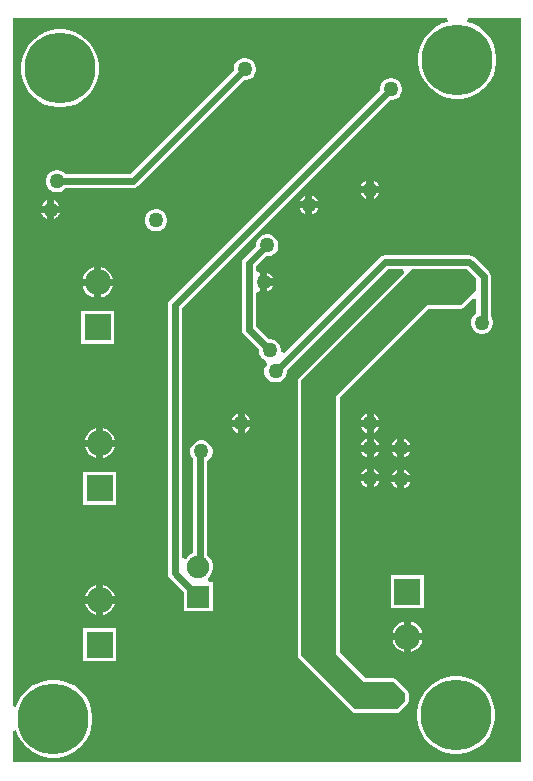
<source format=gbl>
G04*
G04 #@! TF.GenerationSoftware,Altium Limited,Altium Designer,24.10.1 (45)*
G04*
G04 Layer_Physical_Order=2*
G04 Layer_Color=16711680*
%FSLAX24Y24*%
%MOIN*%
G70*
G04*
G04 #@! TF.SameCoordinates,C6CBD9EB-9E9D-4DD1-ADCD-94E966FD8E1D*
G04*
G04*
G04 #@! TF.FilePolarity,Positive*
G04*
G01*
G75*
%ADD67C,0.0236*%
%ADD70C,0.2362*%
%ADD71C,0.0748*%
%ADD72R,0.0748X0.0748*%
%ADD73C,0.0866*%
%ADD74R,0.0866X0.0866*%
%ADD75C,0.0500*%
G36*
X16929Y-30D02*
X0D01*
Y1021D01*
X118Y1040D01*
X154Y928D01*
X247Y746D01*
X367Y581D01*
X512Y436D01*
X677Y316D01*
X860Y223D01*
X1054Y160D01*
X1256Y128D01*
X1461D01*
X1663Y160D01*
X1857Y223D01*
X2039Y316D01*
X2205Y436D01*
X2349Y581D01*
X2469Y746D01*
X2562Y928D01*
X2625Y1123D01*
X2657Y1325D01*
Y1529D01*
X2625Y1731D01*
X2562Y1926D01*
X2469Y2108D01*
X2349Y2274D01*
X2205Y2418D01*
X2039Y2538D01*
X1857Y2631D01*
X1663Y2694D01*
X1461Y2726D01*
X1256D01*
X1054Y2694D01*
X860Y2631D01*
X677Y2538D01*
X512Y2418D01*
X367Y2274D01*
X247Y2108D01*
X154Y1926D01*
X118Y1815D01*
X0Y1833D01*
Y24774D01*
X14477D01*
X14496Y24656D01*
X14324Y24600D01*
X14142Y24507D01*
X13976Y24387D01*
X13832Y24242D01*
X13712Y24077D01*
X13619Y23894D01*
X13556Y23700D01*
X13524Y23498D01*
Y23293D01*
X13556Y23091D01*
X13619Y22897D01*
X13712Y22715D01*
X13832Y22549D01*
X13976Y22405D01*
X14142Y22284D01*
X14324Y22192D01*
X14519Y22128D01*
X14721Y22096D01*
X14925D01*
X15127Y22128D01*
X15322Y22192D01*
X15504Y22284D01*
X15669Y22405D01*
X15814Y22549D01*
X15934Y22715D01*
X16027Y22897D01*
X16090Y23091D01*
X16122Y23293D01*
Y23498D01*
X16090Y23700D01*
X16027Y23894D01*
X15934Y24077D01*
X15814Y24242D01*
X15669Y24387D01*
X15504Y24507D01*
X15322Y24600D01*
X15150Y24656D01*
X15168Y24774D01*
X16929D01*
Y-30D01*
D02*
G37*
%LPC*%
G36*
X1677Y24400D02*
X1473D01*
X1271Y24368D01*
X1076Y24304D01*
X894Y24212D01*
X728Y24091D01*
X584Y23947D01*
X464Y23781D01*
X371Y23599D01*
X308Y23405D01*
X276Y23203D01*
Y22998D01*
X308Y22796D01*
X371Y22602D01*
X464Y22419D01*
X584Y22254D01*
X728Y22109D01*
X894Y21989D01*
X1076Y21896D01*
X1271Y21833D01*
X1473Y21801D01*
X1677D01*
X1879Y21833D01*
X2074Y21896D01*
X2256Y21989D01*
X2421Y22109D01*
X2566Y22254D01*
X2686Y22419D01*
X2779Y22602D01*
X2842Y22796D01*
X2874Y22998D01*
Y23203D01*
X2842Y23405D01*
X2779Y23599D01*
X2686Y23781D01*
X2566Y23947D01*
X2421Y24091D01*
X2256Y24212D01*
X2074Y24304D01*
X1879Y24368D01*
X1677Y24400D01*
D02*
G37*
G36*
X7785Y23449D02*
X7688D01*
X7594Y23424D01*
X7510Y23375D01*
X7442Y23307D01*
X7393Y23223D01*
X7368Y23129D01*
Y23053D01*
X3896Y19581D01*
X1756D01*
X1702Y19635D01*
X1618Y19684D01*
X1525Y19709D01*
X1428D01*
X1334Y19684D01*
X1250Y19635D01*
X1182Y19567D01*
X1133Y19483D01*
X1108Y19389D01*
Y19292D01*
X1133Y19198D01*
X1182Y19115D01*
X1250Y19046D01*
X1334Y18998D01*
X1428Y18972D01*
X1525D01*
X1618Y18998D01*
X1702Y19046D01*
X1756Y19100D01*
X3996D01*
X4088Y19118D01*
X4166Y19170D01*
X7709Y22713D01*
X7785D01*
X7878Y22738D01*
X7962Y22786D01*
X8031Y22855D01*
X8079Y22939D01*
X8104Y23032D01*
Y23129D01*
X8079Y23223D01*
X8031Y23307D01*
X7962Y23375D01*
X7878Y23424D01*
X7785Y23449D01*
D02*
G37*
G36*
X12028Y19374D02*
Y19183D01*
X12218D01*
X12216Y19192D01*
X12173Y19267D01*
X12111Y19328D01*
X12036Y19371D01*
X12028Y19374D01*
D02*
G37*
G36*
X11791D02*
X11783Y19371D01*
X11708Y19328D01*
X11646Y19267D01*
X11603Y19192D01*
X11601Y19183D01*
X11791D01*
Y19374D01*
D02*
G37*
G36*
X12218Y18947D02*
X12028D01*
Y18756D01*
X12036Y18759D01*
X12111Y18802D01*
X12173Y18863D01*
X12216Y18938D01*
X12218Y18947D01*
D02*
G37*
G36*
X11791D02*
X11601D01*
X11603Y18938D01*
X11646Y18863D01*
X11708Y18802D01*
X11783Y18759D01*
X11791Y18756D01*
Y18947D01*
D02*
G37*
G36*
X9990Y18862D02*
Y18671D01*
X10181D01*
X10178Y18680D01*
X10135Y18755D01*
X10074Y18816D01*
X9999Y18859D01*
X9990Y18862D01*
D02*
G37*
G36*
X9754D02*
X9745Y18859D01*
X9670Y18816D01*
X9609Y18755D01*
X9566Y18680D01*
X9563Y18671D01*
X9754D01*
Y18862D01*
D02*
G37*
G36*
X1378Y18704D02*
Y18514D01*
X1569D01*
X1566Y18523D01*
X1523Y18598D01*
X1462Y18659D01*
X1387Y18702D01*
X1378Y18704D01*
D02*
G37*
G36*
X1142D02*
X1133Y18702D01*
X1058Y18659D01*
X997Y18598D01*
X953Y18523D01*
X951Y18514D01*
X1142D01*
Y18704D01*
D02*
G37*
G36*
X10181Y18435D02*
X9990D01*
Y18244D01*
X9999Y18247D01*
X10074Y18290D01*
X10135Y18351D01*
X10178Y18426D01*
X10181Y18435D01*
D02*
G37*
G36*
X9754D02*
X9563D01*
X9566Y18426D01*
X9609Y18351D01*
X9670Y18290D01*
X9745Y18247D01*
X9754Y18244D01*
Y18435D01*
D02*
G37*
G36*
X1569Y18278D02*
X1378D01*
Y18087D01*
X1387Y18089D01*
X1462Y18133D01*
X1523Y18194D01*
X1566Y18269D01*
X1569Y18278D01*
D02*
G37*
G36*
X1142D02*
X951D01*
X953Y18269D01*
X997Y18194D01*
X1058Y18133D01*
X1133Y18089D01*
X1142Y18087D01*
Y18278D01*
D02*
G37*
G36*
X4832Y18409D02*
X4735D01*
X4641Y18384D01*
X4557Y18336D01*
X4489Y18267D01*
X4440Y18183D01*
X4415Y18090D01*
Y17993D01*
X4440Y17899D01*
X4489Y17815D01*
X4557Y17747D01*
X4641Y17698D01*
X4735Y17673D01*
X4832D01*
X4926Y17698D01*
X5009Y17747D01*
X5078Y17815D01*
X5126Y17899D01*
X5152Y17993D01*
Y18090D01*
X5126Y18183D01*
X5078Y18267D01*
X5009Y18336D01*
X4926Y18384D01*
X4832Y18409D01*
D02*
G37*
G36*
X8484Y16293D02*
Y16102D01*
X8675D01*
X8672Y16111D01*
X8629Y16186D01*
X8568Y16247D01*
X8493Y16291D01*
X8484Y16293D01*
D02*
G37*
G36*
X2953Y16467D02*
Y16087D01*
X3333D01*
X3312Y16166D01*
X3244Y16283D01*
X3149Y16378D01*
X3032Y16445D01*
X2953Y16467D01*
D02*
G37*
G36*
X2717D02*
X2637Y16445D01*
X2520Y16378D01*
X2425Y16283D01*
X2358Y16166D01*
X2336Y16087D01*
X2717D01*
Y16467D01*
D02*
G37*
G36*
X8675Y15866D02*
X8484D01*
Y15676D01*
X8493Y15678D01*
X8568Y15721D01*
X8629Y15782D01*
X8672Y15857D01*
X8675Y15866D01*
D02*
G37*
G36*
X3333Y15850D02*
X2953D01*
Y15470D01*
X3032Y15492D01*
X3149Y15559D01*
X3244Y15654D01*
X3312Y15771D01*
X3333Y15850D01*
D02*
G37*
G36*
X2717D02*
X2336D01*
X2358Y15771D01*
X2425Y15654D01*
X2520Y15559D01*
X2637Y15492D01*
X2717Y15470D01*
Y15850D01*
D02*
G37*
G36*
X8533Y17573D02*
X8436D01*
X8342Y17548D01*
X8258Y17499D01*
X8190Y17431D01*
X8141Y17347D01*
X8116Y17253D01*
Y17177D01*
X7710Y16771D01*
X7657Y16693D01*
X7639Y16600D01*
Y14394D01*
X7657Y14302D01*
X7710Y14223D01*
X8195Y13738D01*
Y13662D01*
X8220Y13569D01*
X8268Y13485D01*
X8337Y13416D01*
X8421Y13368D01*
X8434Y13364D01*
X8470Y13232D01*
X8465Y13228D01*
X8417Y13144D01*
X8392Y13050D01*
Y12954D01*
X8417Y12860D01*
X8465Y12776D01*
X8534Y12707D01*
X8618Y12659D01*
X8711Y12634D01*
X8808D01*
X8902Y12659D01*
X8986Y12707D01*
X9054Y12776D01*
X9103Y12860D01*
X9128Y12954D01*
Y13029D01*
X12501Y16403D01*
X13003D01*
X13048Y16294D01*
X9539Y12784D01*
X9513Y12745D01*
X9503Y12699D01*
X9503Y12699D01*
Y3526D01*
X9513Y3480D01*
X9539Y3441D01*
X9539Y3441D01*
X11330Y1649D01*
X11369Y1623D01*
X11415Y1614D01*
X11415Y1614D01*
X12803D01*
X12849Y1623D01*
X12888Y1649D01*
X13164Y1925D01*
X13190Y1964D01*
X13199Y2010D01*
X13199Y2010D01*
Y2276D01*
X13190Y2322D01*
X13164Y2361D01*
X12790Y2735D01*
X12751Y2761D01*
X12705Y2770D01*
X12705Y2770D01*
X11770D01*
X10896Y3645D01*
Y12147D01*
X13847Y15098D01*
X14949D01*
X14949Y15098D01*
X14995Y15108D01*
X15034Y15134D01*
X15034Y15134D01*
X15349Y15449D01*
X15458Y15404D01*
Y14940D01*
X15424Y14921D01*
X15355Y14852D01*
X15307Y14768D01*
X15281Y14674D01*
Y14578D01*
X15307Y14484D01*
X15355Y14400D01*
X15424Y14331D01*
X15508Y14283D01*
X15601Y14258D01*
X15698D01*
X15792Y14283D01*
X15876Y14331D01*
X15944Y14400D01*
X15993Y14484D01*
X16018Y14578D01*
Y14674D01*
X15993Y14768D01*
X15944Y14852D01*
X15940Y14857D01*
Y16169D01*
X15921Y16261D01*
X15869Y16339D01*
X15394Y16814D01*
X15316Y16866D01*
X15224Y16885D01*
X12402D01*
X12309Y16866D01*
X12231Y16814D01*
X9044Y13627D01*
X8977Y13648D01*
X8931Y13681D01*
Y13759D01*
X8906Y13853D01*
X8858Y13937D01*
X8789Y14005D01*
X8705Y14054D01*
X8611Y14079D01*
X8535D01*
X8121Y14493D01*
Y15610D01*
X8239Y15678D01*
X8239Y15678D01*
X8248Y15676D01*
Y15984D01*
Y16293D01*
X8239Y16291D01*
X8239Y16290D01*
X8121Y16359D01*
Y16501D01*
X8457Y16837D01*
X8533D01*
X8626Y16862D01*
X8710Y16910D01*
X8779Y16979D01*
X8827Y17063D01*
X8852Y17156D01*
Y17253D01*
X8827Y17347D01*
X8779Y17431D01*
X8710Y17499D01*
X8626Y17548D01*
X8533Y17573D01*
D02*
G37*
G36*
X3386Y15020D02*
X2283D01*
Y13917D01*
X3386D01*
Y15020D01*
D02*
G37*
G36*
X12033Y11578D02*
Y11388D01*
X12224D01*
X12222Y11397D01*
X12178Y11472D01*
X12117Y11533D01*
X12042Y11576D01*
X12033Y11578D01*
D02*
G37*
G36*
X11797D02*
X11788Y11576D01*
X11714Y11533D01*
X11652Y11472D01*
X11609Y11397D01*
X11607Y11388D01*
X11797D01*
Y11578D01*
D02*
G37*
G36*
X7736D02*
Y11388D01*
X7927D01*
X7924Y11397D01*
X7881Y11472D01*
X7820Y11533D01*
X7745Y11576D01*
X7736Y11578D01*
D02*
G37*
G36*
X7500D02*
X7491Y11576D01*
X7416Y11533D01*
X7355Y11472D01*
X7312Y11397D01*
X7309Y11388D01*
X7500D01*
Y11578D01*
D02*
G37*
G36*
X12224Y11152D02*
X12033D01*
Y10961D01*
X12042Y10963D01*
X12117Y11007D01*
X12178Y11068D01*
X12222Y11143D01*
X12224Y11152D01*
D02*
G37*
G36*
X11797D02*
X11607D01*
X11609Y11143D01*
X11652Y11068D01*
X11714Y11007D01*
X11788Y10963D01*
X11797Y10961D01*
Y11152D01*
D02*
G37*
G36*
X7927D02*
X7736D01*
Y10961D01*
X7745Y10963D01*
X7820Y11007D01*
X7881Y11068D01*
X7924Y11143D01*
X7927Y11152D01*
D02*
G37*
G36*
X7500D02*
X7309D01*
X7312Y11143D01*
X7355Y11068D01*
X7416Y11007D01*
X7491Y10963D01*
X7500Y10961D01*
Y11152D01*
D02*
G37*
G36*
X3022Y11108D02*
Y10728D01*
X3402D01*
X3380Y10808D01*
X3313Y10924D01*
X3218Y11020D01*
X3101Y11087D01*
X3022Y11108D01*
D02*
G37*
G36*
X2785D02*
X2706Y11087D01*
X2589Y11020D01*
X2494Y10924D01*
X2427Y10808D01*
X2405Y10728D01*
X2785D01*
Y11108D01*
D02*
G37*
G36*
X13051Y10752D02*
Y10561D01*
X13242D01*
X13239Y10570D01*
X13196Y10645D01*
X13135Y10706D01*
X13060Y10749D01*
X13051Y10752D01*
D02*
G37*
G36*
X12815D02*
X12806Y10749D01*
X12731Y10706D01*
X12670Y10645D01*
X12627Y10570D01*
X12624Y10561D01*
X12815D01*
Y10752D01*
D02*
G37*
G36*
X12033D02*
Y10561D01*
X12224D01*
X12222Y10570D01*
X12178Y10645D01*
X12117Y10706D01*
X12042Y10749D01*
X12033Y10752D01*
D02*
G37*
G36*
X11797D02*
X11788Y10749D01*
X11714Y10706D01*
X11652Y10645D01*
X11609Y10570D01*
X11607Y10561D01*
X11797D01*
Y10752D01*
D02*
G37*
G36*
X13242Y10325D02*
X13051D01*
Y10134D01*
X13060Y10137D01*
X13135Y10180D01*
X13196Y10241D01*
X13239Y10316D01*
X13242Y10325D01*
D02*
G37*
G36*
X12815D02*
X12624D01*
X12627Y10316D01*
X12670Y10241D01*
X12731Y10180D01*
X12806Y10137D01*
X12815Y10134D01*
Y10325D01*
D02*
G37*
G36*
X12224D02*
X12033D01*
Y10134D01*
X12042Y10137D01*
X12117Y10180D01*
X12178Y10241D01*
X12222Y10316D01*
X12224Y10325D01*
D02*
G37*
G36*
X11797D02*
X11607D01*
X11609Y10316D01*
X11652Y10241D01*
X11714Y10180D01*
X11788Y10137D01*
X11797Y10134D01*
Y10325D01*
D02*
G37*
G36*
X3402Y10492D02*
X3022D01*
Y10112D01*
X3101Y10133D01*
X3218Y10201D01*
X3313Y10296D01*
X3380Y10413D01*
X3402Y10492D01*
D02*
G37*
G36*
X2785D02*
X2405D01*
X2427Y10413D01*
X2494Y10296D01*
X2589Y10201D01*
X2706Y10133D01*
X2785Y10112D01*
Y10492D01*
D02*
G37*
G36*
X12033Y9767D02*
Y9577D01*
X12224D01*
X12222Y9586D01*
X12178Y9661D01*
X12117Y9722D01*
X12042Y9765D01*
X12033Y9767D01*
D02*
G37*
G36*
X11797D02*
X11788Y9765D01*
X11714Y9722D01*
X11652Y9661D01*
X11609Y9586D01*
X11607Y9577D01*
X11797D01*
Y9767D01*
D02*
G37*
G36*
X13051Y9728D02*
Y9537D01*
X13242D01*
X13239Y9546D01*
X13196Y9621D01*
X13135Y9682D01*
X13060Y9726D01*
X13051Y9728D01*
D02*
G37*
G36*
X12815D02*
X12806Y9726D01*
X12731Y9682D01*
X12670Y9621D01*
X12627Y9546D01*
X12624Y9537D01*
X12815D01*
Y9728D01*
D02*
G37*
G36*
X12224Y9341D02*
X12033D01*
Y9150D01*
X12042Y9152D01*
X12117Y9196D01*
X12178Y9257D01*
X12222Y9332D01*
X12224Y9341D01*
D02*
G37*
G36*
X11797D02*
X11607D01*
X11609Y9332D01*
X11652Y9257D01*
X11714Y9196D01*
X11788Y9152D01*
X11797Y9150D01*
Y9341D01*
D02*
G37*
G36*
X13242Y9301D02*
X13051D01*
Y9111D01*
X13060Y9113D01*
X13135Y9156D01*
X13196Y9217D01*
X13239Y9292D01*
X13242Y9301D01*
D02*
G37*
G36*
X12815D02*
X12624D01*
X12627Y9292D01*
X12670Y9217D01*
X12731Y9156D01*
X12806Y9113D01*
X12815Y9111D01*
Y9301D01*
D02*
G37*
G36*
X3455Y9661D02*
X2352D01*
Y8559D01*
X3455D01*
Y9661D01*
D02*
G37*
G36*
X3022Y5882D02*
Y5502D01*
X3402D01*
X3380Y5581D01*
X3313Y5698D01*
X3218Y5793D01*
X3101Y5861D01*
X3022Y5882D01*
D02*
G37*
G36*
X2785Y5882D02*
X2706Y5861D01*
X2589Y5793D01*
X2494Y5698D01*
X2427Y5581D01*
X2405Y5502D01*
X2785D01*
Y5882D01*
D02*
G37*
G36*
X13711Y6215D02*
X12608D01*
Y5112D01*
X13711D01*
Y6215D01*
D02*
G37*
G36*
X12657Y22780D02*
X12560D01*
X12466Y22754D01*
X12382Y22706D01*
X12314Y22637D01*
X12265Y22554D01*
X12240Y22460D01*
Y22384D01*
X5243Y15387D01*
X5191Y15309D01*
X5173Y15217D01*
Y6274D01*
X5191Y6181D01*
X5243Y6103D01*
X5699Y5648D01*
Y5004D01*
X6683D01*
Y5988D01*
X6532D01*
X6498Y6088D01*
X6497Y6106D01*
X6585Y6194D01*
X6650Y6306D01*
X6683Y6431D01*
Y6561D01*
X6650Y6686D01*
X6585Y6798D01*
X6493Y6890D01*
X6484Y6895D01*
Y10020D01*
X6519Y10040D01*
X6588Y10109D01*
X6636Y10193D01*
X6661Y10286D01*
Y10383D01*
X6636Y10477D01*
X6588Y10561D01*
X6519Y10629D01*
X6435Y10678D01*
X6342Y10703D01*
X6245D01*
X6151Y10678D01*
X6067Y10629D01*
X5999Y10561D01*
X5950Y10477D01*
X5925Y10383D01*
Y10286D01*
X5950Y10193D01*
X5999Y10109D01*
X6002Y10105D01*
Y6955D01*
X6001Y6955D01*
X5889Y6890D01*
X5797Y6798D01*
X5772Y6755D01*
X5654Y6787D01*
Y15117D01*
X12581Y22043D01*
X12657D01*
X12750Y22068D01*
X12834Y22117D01*
X12903Y22185D01*
X12951Y22269D01*
X12976Y22363D01*
Y22460D01*
X12951Y22554D01*
X12903Y22637D01*
X12834Y22706D01*
X12750Y22754D01*
X12657Y22780D01*
D02*
G37*
G36*
X3402Y5266D02*
X3022D01*
Y4886D01*
X3101Y4907D01*
X3218Y4974D01*
X3313Y5070D01*
X3380Y5186D01*
X3402Y5266D01*
D02*
G37*
G36*
X2785D02*
X2405D01*
X2427Y5186D01*
X2494Y5070D01*
X2589Y4974D01*
X2706Y4907D01*
X2785Y4886D01*
Y5266D01*
D02*
G37*
G36*
X13278Y4662D02*
Y4281D01*
X13658D01*
X13636Y4361D01*
X13569Y4478D01*
X13474Y4573D01*
X13357Y4640D01*
X13278Y4662D01*
D02*
G37*
G36*
X13041Y4662D02*
X12962Y4640D01*
X12845Y4573D01*
X12750Y4478D01*
X12683Y4361D01*
X12661Y4281D01*
X13041D01*
Y4662D01*
D02*
G37*
G36*
X13658Y4045D02*
X13278D01*
Y3665D01*
X13357Y3686D01*
X13474Y3754D01*
X13569Y3849D01*
X13636Y3966D01*
X13658Y4045D01*
D02*
G37*
G36*
X13041D02*
X12661D01*
X12683Y3966D01*
X12750Y3849D01*
X12845Y3754D01*
X12962Y3686D01*
X13041Y3665D01*
Y4045D01*
D02*
G37*
G36*
X3455Y4435D02*
X2352D01*
Y3333D01*
X3455D01*
Y4435D01*
D02*
G37*
G36*
X14886Y2844D02*
X14681D01*
X14479Y2812D01*
X14285Y2749D01*
X14103Y2656D01*
X13937Y2536D01*
X13792Y2392D01*
X13672Y2226D01*
X13579Y2044D01*
X13516Y1850D01*
X13484Y1648D01*
Y1443D01*
X13516Y1241D01*
X13579Y1047D01*
X13672Y864D01*
X13792Y699D01*
X13937Y554D01*
X14103Y434D01*
X14285Y341D01*
X14479Y278D01*
X14681Y246D01*
X14886D01*
X15088Y278D01*
X15282Y341D01*
X15464Y434D01*
X15630Y554D01*
X15774Y699D01*
X15895Y864D01*
X15987Y1047D01*
X16051Y1241D01*
X16083Y1443D01*
Y1648D01*
X16051Y1850D01*
X15987Y2044D01*
X15895Y2226D01*
X15774Y2392D01*
X15630Y2536D01*
X15464Y2656D01*
X15282Y2749D01*
X15088Y2812D01*
X14886Y2844D01*
D02*
G37*
%LPD*%
G36*
X15458Y16069D02*
Y15728D01*
X14949Y15219D01*
X13797D01*
X10775Y12197D01*
Y3595D01*
X11720Y2650D01*
X12705D01*
X13079Y2276D01*
Y2010D01*
X12803Y1735D01*
X11415D01*
X9624Y3526D01*
Y12699D01*
X13325Y16400D01*
X15127D01*
X15458Y16069D01*
D02*
G37*
D67*
X5413Y6274D02*
X6191Y5496D01*
X5413Y15217D02*
X12608Y22411D01*
X5413Y6274D02*
Y15217D01*
X6243Y10284D02*
X6293Y10335D01*
X6243Y6548D02*
Y10284D01*
X6191Y6496D02*
X6243Y6548D01*
X1476Y19341D02*
X3996D01*
X7736Y23081D01*
X8760Y13002D02*
X12402Y16644D01*
X15224D01*
X15699Y16169D01*
Y14675D02*
Y16169D01*
X15650Y14626D02*
X15699Y14675D01*
X7880Y14394D02*
X8563Y13711D01*
X7880Y14394D02*
Y16600D01*
X8455Y17175D02*
X8484D01*
X7880Y16600D02*
X8455Y17175D01*
X8484D02*
Y17205D01*
D70*
X1358Y1427D02*
D03*
X1575Y23100D02*
D03*
X14823Y23396D02*
D03*
X14783Y1545D02*
D03*
D71*
X6191Y6496D02*
D03*
D72*
Y5496D02*
D03*
D73*
X2904Y10610D02*
D03*
X2835Y15969D02*
D03*
X2904Y5384D02*
D03*
X13159Y4163D02*
D03*
D74*
X2904Y9110D02*
D03*
X2835Y14468D02*
D03*
X2904Y3884D02*
D03*
X13159Y5663D02*
D03*
D75*
X13996Y15949D02*
D03*
X11909Y19065D02*
D03*
X6293Y10335D02*
D03*
X9872Y18553D02*
D03*
X12608Y22411D02*
D03*
X8563Y13711D02*
D03*
X15650Y14626D02*
D03*
X12461Y2169D02*
D03*
X11752D02*
D03*
X14862Y15949D02*
D03*
X8760Y13002D02*
D03*
X7618Y11270D02*
D03*
X11915D02*
D03*
Y9459D02*
D03*
Y10443D02*
D03*
X12933D02*
D03*
Y9419D02*
D03*
X4783Y18041D02*
D03*
X7736Y23081D02*
D03*
X1476Y19341D02*
D03*
X8366Y15984D02*
D03*
X1260Y18396D02*
D03*
X8484Y17205D02*
D03*
M02*

</source>
